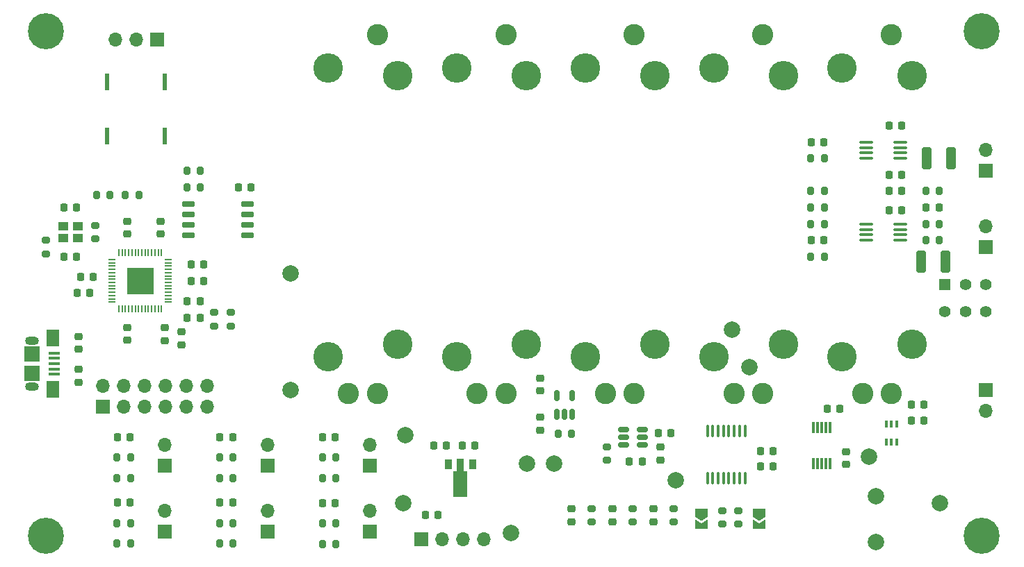
<source format=gts>
G04 #@! TF.GenerationSoftware,KiCad,Pcbnew,(6.0.5)*
G04 #@! TF.CreationDate,2023-10-06T12:52:39-04:00*
G04 #@! TF.ProjectId,v1,76312e6b-6963-4616-945f-706362585858,rev?*
G04 #@! TF.SameCoordinates,Original*
G04 #@! TF.FileFunction,Soldermask,Top*
G04 #@! TF.FilePolarity,Negative*
%FSLAX46Y46*%
G04 Gerber Fmt 4.6, Leading zero omitted, Abs format (unit mm)*
G04 Created by KiCad (PCBNEW (6.0.5)) date 2023-10-06 12:52:39*
%MOMM*%
%LPD*%
G01*
G04 APERTURE LIST*
G04 Aperture macros list*
%AMRoundRect*
0 Rectangle with rounded corners*
0 $1 Rounding radius*
0 $2 $3 $4 $5 $6 $7 $8 $9 X,Y pos of 4 corners*
0 Add a 4 corners polygon primitive as box body*
4,1,4,$2,$3,$4,$5,$6,$7,$8,$9,$2,$3,0*
0 Add four circle primitives for the rounded corners*
1,1,$1+$1,$2,$3*
1,1,$1+$1,$4,$5*
1,1,$1+$1,$6,$7*
1,1,$1+$1,$8,$9*
0 Add four rect primitives between the rounded corners*
20,1,$1+$1,$2,$3,$4,$5,0*
20,1,$1+$1,$4,$5,$6,$7,0*
20,1,$1+$1,$6,$7,$8,$9,0*
20,1,$1+$1,$8,$9,$2,$3,0*%
%AMFreePoly0*
4,1,6,1.000000,0.000000,0.500000,-0.750000,-0.500000,-0.750000,-0.500000,0.750000,0.500000,0.750000,1.000000,0.000000,1.000000,0.000000,$1*%
%AMFreePoly1*
4,1,6,0.500000,-0.750000,-0.650000,-0.750000,-0.150000,0.000000,-0.650000,0.750000,0.500000,0.750000,0.500000,-0.750000,0.500000,-0.750000,$1*%
%AMFreePoly2*
4,1,9,3.862500,-0.866500,0.737500,-0.866500,0.737500,-0.450000,-0.737500,-0.450000,-0.737500,0.450000,0.737500,0.450000,0.737500,0.866500,3.862500,0.866500,3.862500,-0.866500,3.862500,-0.866500,$1*%
G04 Aperture macros list end*
%ADD10RoundRect,0.218750X0.256250X-0.218750X0.256250X0.218750X-0.256250X0.218750X-0.256250X-0.218750X0*%
%ADD11RoundRect,0.218750X-0.256250X0.218750X-0.256250X-0.218750X0.256250X-0.218750X0.256250X0.218750X0*%
%ADD12RoundRect,0.200000X-0.200000X-0.275000X0.200000X-0.275000X0.200000X0.275000X-0.200000X0.275000X0*%
%ADD13RoundRect,0.225000X0.225000X0.250000X-0.225000X0.250000X-0.225000X-0.250000X0.225000X-0.250000X0*%
%ADD14RoundRect,0.200000X0.200000X0.275000X-0.200000X0.275000X-0.200000X-0.275000X0.200000X-0.275000X0*%
%ADD15C,2.000000*%
%ADD16R,1.700000X1.700000*%
%ADD17O,1.700000X1.700000*%
%ADD18RoundRect,0.225000X0.250000X-0.225000X0.250000X0.225000X-0.250000X0.225000X-0.250000X-0.225000X0*%
%ADD19RoundRect,0.225000X-0.225000X-0.250000X0.225000X-0.250000X0.225000X0.250000X-0.225000X0.250000X0*%
%ADD20RoundRect,0.200000X0.275000X-0.200000X0.275000X0.200000X-0.275000X0.200000X-0.275000X-0.200000X0*%
%ADD21C,4.400000*%
%ADD22RoundRect,0.200000X-0.275000X0.200000X-0.275000X-0.200000X0.275000X-0.200000X0.275000X0.200000X0*%
%ADD23RoundRect,0.225000X-0.250000X0.225000X-0.250000X-0.225000X0.250000X-0.225000X0.250000X0.225000X0*%
%ADD24O,0.200000X0.875000*%
%ADD25O,0.875000X0.200000*%
%ADD26R,3.200000X3.200000*%
%ADD27R,0.558800X2.108200*%
%ADD28RoundRect,0.100000X-0.100000X0.637500X-0.100000X-0.637500X0.100000X-0.637500X0.100000X0.637500X0*%
%ADD29RoundRect,0.150000X0.150000X-0.512500X0.150000X0.512500X-0.150000X0.512500X-0.150000X-0.512500X0*%
%ADD30R,1.400000X1.400000*%
%ADD31C,1.400000*%
%ADD32RoundRect,0.100000X-0.712500X-0.100000X0.712500X-0.100000X0.712500X0.100000X-0.712500X0.100000X0*%
%ADD33RoundRect,0.150000X-0.650000X-0.150000X0.650000X-0.150000X0.650000X0.150000X-0.650000X0.150000X0*%
%ADD34R,1.150000X1.000000*%
%ADD35R,0.400000X0.900000*%
%ADD36RoundRect,0.150000X-0.512500X-0.150000X0.512500X-0.150000X0.512500X0.150000X-0.512500X0.150000X0*%
%ADD37RoundRect,0.250000X-0.325000X-1.100000X0.325000X-1.100000X0.325000X1.100000X-0.325000X1.100000X0*%
%ADD38FreePoly0,270.000000*%
%ADD39FreePoly1,270.000000*%
%ADD40R,0.300000X1.400000*%
%ADD41R,1.600000X2.100000*%
%ADD42R,1.900000X1.950000*%
%ADD43O,1.700000X1.000000*%
%ADD44R,1.360000X0.400000*%
%ADD45R,0.900000X1.300000*%
%ADD46FreePoly2,270.000000*%
%ADD47RoundRect,0.250000X0.325000X1.100000X-0.325000X1.100000X-0.325000X-1.100000X0.325000X-1.100000X0*%
%ADD48C,2.600000*%
%ADD49C,3.600000*%
G04 APERTURE END LIST*
D10*
X94500000Y-106787500D03*
X94500000Y-105212500D03*
D11*
X94500000Y-109212500D03*
X94500000Y-110787500D03*
D12*
X124175000Y-120000000D03*
X125825000Y-120000000D03*
D13*
X115500000Y-87000000D03*
X113950000Y-87000000D03*
D14*
X185325000Y-91500000D03*
X183675000Y-91500000D03*
D15*
X199400000Y-125600000D03*
D16*
X117500000Y-129000000D03*
D17*
X117500000Y-126460000D03*
D16*
X104040000Y-69000000D03*
D17*
X101500000Y-69000000D03*
X98960000Y-69000000D03*
D16*
X205000000Y-94318750D03*
D17*
X205000000Y-91778750D03*
D18*
X100400000Y-92712500D03*
X100400000Y-91162500D03*
D12*
X99175000Y-120000000D03*
X100825000Y-120000000D03*
D19*
X195905000Y-113500000D03*
X197455000Y-113500000D03*
D20*
X158862500Y-120325000D03*
X158862500Y-118675000D03*
D14*
X113325000Y-122500000D03*
X111675000Y-122500000D03*
D13*
X185275000Y-93500000D03*
X183725000Y-93500000D03*
D21*
X90500000Y-68000000D03*
D11*
X159500000Y-126252500D03*
X159500000Y-127827500D03*
D22*
X172875000Y-126487500D03*
X172875000Y-128137500D03*
D15*
X190800000Y-119900000D03*
D19*
X195905000Y-115500000D03*
X197455000Y-115500000D03*
D12*
X99175000Y-128000000D03*
X100825000Y-128000000D03*
D16*
X130000000Y-121000000D03*
D17*
X130000000Y-118460000D03*
D13*
X138275000Y-127000000D03*
X136725000Y-127000000D03*
D23*
X107000000Y-104662500D03*
X107000000Y-106212500D03*
D22*
X113000000Y-102287500D03*
X113000000Y-103937500D03*
D13*
X194775000Y-87500000D03*
X193225000Y-87500000D03*
D22*
X157000000Y-126215000D03*
X157000000Y-127865000D03*
D16*
X117500000Y-121000000D03*
D17*
X117500000Y-118460000D03*
D15*
X120300000Y-111800000D03*
D24*
X104600000Y-95000000D03*
X104200000Y-95000000D03*
X103800000Y-95000000D03*
X103400000Y-95000000D03*
X103000000Y-95000000D03*
X102600000Y-95000000D03*
X102200000Y-95000000D03*
X101800000Y-95000000D03*
X101400000Y-95000000D03*
X101000000Y-95000000D03*
X100600000Y-95000000D03*
X100200000Y-95000000D03*
X99800000Y-95000000D03*
X99400000Y-95000000D03*
D25*
X98562500Y-95837500D03*
X98562500Y-96237500D03*
X98562500Y-96637500D03*
X98562500Y-97037500D03*
X98562500Y-97437500D03*
X98562500Y-97837500D03*
X98562500Y-98237500D03*
X98562500Y-98637500D03*
X98562500Y-99037500D03*
X98562500Y-99437500D03*
X98562500Y-99837500D03*
X98562500Y-100237500D03*
X98562500Y-100637500D03*
X98562500Y-101037500D03*
D24*
X99400000Y-101875000D03*
X99800000Y-101875000D03*
X100200000Y-101875000D03*
X100600000Y-101875000D03*
X101000000Y-101875000D03*
X101400000Y-101875000D03*
X101800000Y-101875000D03*
X102200000Y-101875000D03*
X102600000Y-101875000D03*
X103000000Y-101875000D03*
X103400000Y-101875000D03*
X103800000Y-101875000D03*
X104200000Y-101875000D03*
X104600000Y-101875000D03*
D25*
X105437500Y-101037500D03*
X105437500Y-100637500D03*
X105437500Y-100237500D03*
X105437500Y-99837500D03*
X105437500Y-99437500D03*
X105437500Y-99037500D03*
X105437500Y-98637500D03*
X105437500Y-98237500D03*
X105437500Y-97837500D03*
X105437500Y-97437500D03*
X105437500Y-97037500D03*
X105437500Y-96637500D03*
X105437500Y-96237500D03*
X105437500Y-95837500D03*
D26*
X102000000Y-98437500D03*
D27*
X105000000Y-74199300D03*
X105000000Y-80800700D03*
D16*
X136200000Y-130000000D03*
D17*
X138740000Y-130000000D03*
X141280000Y-130000000D03*
X143820000Y-130000000D03*
D28*
X175650000Y-116775000D03*
X175000000Y-116775000D03*
X174350000Y-116775000D03*
X173700000Y-116775000D03*
X173050000Y-116775000D03*
X172400000Y-116775000D03*
X171750000Y-116775000D03*
X171100000Y-116775000D03*
X171100000Y-122500000D03*
X171750000Y-122500000D03*
X172400000Y-122500000D03*
X173050000Y-122500000D03*
X173700000Y-122500000D03*
X174350000Y-122500000D03*
X175000000Y-122500000D03*
X175650000Y-122500000D03*
D12*
X197675000Y-87500000D03*
X199325000Y-87500000D03*
D15*
X174100000Y-104400000D03*
D12*
X183675000Y-83500000D03*
X185325000Y-83500000D03*
X111675000Y-120000000D03*
X113325000Y-120000000D03*
D16*
X97420000Y-113775000D03*
D17*
X97420000Y-111235000D03*
X99960000Y-113775000D03*
X99960000Y-111235000D03*
X102500000Y-113775000D03*
X102500000Y-111235000D03*
X105040000Y-113775000D03*
X105040000Y-111235000D03*
X107580000Y-113775000D03*
X107580000Y-111235000D03*
X110120000Y-113775000D03*
X110120000Y-111235000D03*
D16*
X205000000Y-85000000D03*
D17*
X205000000Y-82460000D03*
D12*
X152875000Y-117100000D03*
X154525000Y-117100000D03*
D16*
X130000000Y-129040000D03*
D17*
X130000000Y-126500000D03*
D15*
X134300000Y-117300000D03*
D13*
X96275000Y-97937500D03*
X94725000Y-97937500D03*
D29*
X152750000Y-114737500D03*
X153700000Y-114737500D03*
X154650000Y-114737500D03*
X154650000Y-112462500D03*
X152750000Y-112462500D03*
D30*
X200000000Y-98850000D03*
D31*
X202500000Y-98850000D03*
X205000000Y-98850000D03*
X200000000Y-102150000D03*
X202500000Y-102150000D03*
X205000000Y-102150000D03*
D14*
X185325000Y-95500000D03*
X183675000Y-95500000D03*
D20*
X96500000Y-93325000D03*
X96500000Y-91675000D03*
D13*
X94275000Y-89500000D03*
X92725000Y-89500000D03*
D32*
X190387500Y-91525000D03*
X190387500Y-92175000D03*
X190387500Y-92825000D03*
X190387500Y-93475000D03*
X194612500Y-93475000D03*
X194612500Y-92825000D03*
X194612500Y-92175000D03*
X194612500Y-91525000D03*
D12*
X197675000Y-91500000D03*
X199325000Y-91500000D03*
D16*
X205000000Y-111725000D03*
D17*
X205000000Y-114265000D03*
D15*
X147200000Y-129200000D03*
D33*
X107900000Y-89095000D03*
X107900000Y-90365000D03*
X107900000Y-91635000D03*
X107900000Y-92905000D03*
X115100000Y-92905000D03*
X115100000Y-91635000D03*
X115100000Y-90365000D03*
X115100000Y-89095000D03*
D34*
X92625000Y-93200000D03*
X94375000Y-93200000D03*
X94375000Y-91800000D03*
X92625000Y-91800000D03*
D12*
X183675000Y-87500000D03*
X185325000Y-87500000D03*
D14*
X199325000Y-93500000D03*
X197675000Y-93500000D03*
D23*
X150700000Y-115100000D03*
X150700000Y-116650000D03*
D35*
X192850000Y-118100000D03*
X193500000Y-118100000D03*
X194150000Y-118100000D03*
X194150000Y-115900000D03*
X193500000Y-115900000D03*
X192850000Y-115900000D03*
D15*
X167200000Y-122800000D03*
D22*
X111000000Y-102287500D03*
X111000000Y-103937500D03*
D15*
X191600000Y-130300000D03*
D23*
X105000000Y-104162500D03*
X105000000Y-105712500D03*
D19*
X111725000Y-117500000D03*
X113275000Y-117500000D03*
X108225000Y-96437500D03*
X109775000Y-96437500D03*
X99225000Y-125500000D03*
X100775000Y-125500000D03*
D12*
X107675000Y-87000000D03*
X109325000Y-87000000D03*
D18*
X150700000Y-111875000D03*
X150700000Y-110325000D03*
D19*
X111725000Y-125500000D03*
X113275000Y-125500000D03*
X197725000Y-89500000D03*
X199275000Y-89500000D03*
D13*
X194775000Y-89800000D03*
X193225000Y-89800000D03*
D15*
X149100000Y-120700000D03*
D11*
X154500000Y-126252500D03*
X154500000Y-127827500D03*
D32*
X190387500Y-81525000D03*
X190387500Y-82175000D03*
X190387500Y-82825000D03*
X190387500Y-83475000D03*
X194612500Y-83475000D03*
X194612500Y-82825000D03*
X194612500Y-82175000D03*
X194612500Y-81525000D03*
D22*
X162000000Y-126215000D03*
X162000000Y-127865000D03*
D36*
X160862500Y-116550000D03*
X160862500Y-117500000D03*
X160862500Y-118450000D03*
X163137500Y-118450000D03*
X163137500Y-117500000D03*
X163137500Y-116550000D03*
D14*
X125825000Y-122500000D03*
X124175000Y-122500000D03*
X100825000Y-130500000D03*
X99175000Y-130500000D03*
D19*
X107725000Y-102937500D03*
X109275000Y-102937500D03*
D37*
X197825000Y-83500000D03*
X200775000Y-83500000D03*
D38*
X177375000Y-126775000D03*
D39*
X177375000Y-128225000D03*
D38*
X170375000Y-126775000D03*
D39*
X170375000Y-128225000D03*
D13*
X139275000Y-118500000D03*
X137725000Y-118500000D03*
D12*
X107675000Y-85000000D03*
X109325000Y-85000000D03*
D15*
X120300000Y-97500000D03*
D23*
X165362500Y-118725000D03*
X165362500Y-120275000D03*
D19*
X177525000Y-119200000D03*
X179075000Y-119200000D03*
D13*
X95875000Y-99900000D03*
X94325000Y-99900000D03*
D19*
X124225000Y-117500000D03*
X125775000Y-117500000D03*
X177525000Y-121062500D03*
X179075000Y-121062500D03*
D16*
X105000000Y-121000000D03*
D17*
X105000000Y-118460000D03*
D11*
X164500000Y-126252500D03*
X164500000Y-127827500D03*
D19*
X108225000Y-98437500D03*
X109775000Y-98437500D03*
D27*
X98000000Y-74199300D03*
X98000000Y-80800700D03*
D13*
X125775000Y-125540000D03*
X124225000Y-125540000D03*
D40*
X186000000Y-116300000D03*
X185500000Y-116300000D03*
X185000000Y-116300000D03*
X184500000Y-116300000D03*
X184000000Y-116300000D03*
X184000000Y-120700000D03*
X184500000Y-120700000D03*
X185000000Y-120700000D03*
X185500000Y-120700000D03*
X186000000Y-120700000D03*
D16*
X105000000Y-129000000D03*
D17*
X105000000Y-126460000D03*
D41*
X91400000Y-111650000D03*
D42*
X88850000Y-107375000D03*
D41*
X91400000Y-105450000D03*
D43*
X88850000Y-111375000D03*
D42*
X88850000Y-109725000D03*
D43*
X88850000Y-105725000D03*
D44*
X91500000Y-109850000D03*
X91500000Y-109200000D03*
X91500000Y-108550000D03*
X91500000Y-107900000D03*
X91500000Y-107250000D03*
D19*
X183725000Y-81500000D03*
X185275000Y-81500000D03*
D22*
X167000000Y-126215000D03*
X167000000Y-127865000D03*
D21*
X90500000Y-129500000D03*
D15*
X176200000Y-109000000D03*
D21*
X204500000Y-68000000D03*
D14*
X185325000Y-89500000D03*
X183675000Y-89500000D03*
D13*
X163137500Y-120500000D03*
X161587500Y-120500000D03*
D12*
X111675000Y-128000000D03*
X113325000Y-128000000D03*
D14*
X113325000Y-130500000D03*
X111675000Y-130500000D03*
X100825000Y-122500000D03*
X99175000Y-122500000D03*
D19*
X107725000Y-100937500D03*
X109275000Y-100937500D03*
D18*
X104500000Y-92712500D03*
X104500000Y-91162500D03*
D22*
X174875000Y-126487500D03*
X174875000Y-128137500D03*
D15*
X134000000Y-125600000D03*
X191600000Y-124700000D03*
D19*
X99225000Y-117500000D03*
X100775000Y-117500000D03*
D22*
X90500000Y-93500000D03*
X90500000Y-95150000D03*
D19*
X185654000Y-114079000D03*
X187204000Y-114079000D03*
X92725000Y-95500000D03*
X94275000Y-95500000D03*
D13*
X194775000Y-85500000D03*
X193225000Y-85500000D03*
D45*
X142500000Y-120850000D03*
D46*
X141000000Y-120937500D03*
D45*
X139500000Y-120850000D03*
D18*
X187929000Y-120854000D03*
X187929000Y-119304000D03*
D47*
X200075000Y-96100000D03*
X197125000Y-96100000D03*
D19*
X165087500Y-117000000D03*
X166637500Y-117000000D03*
D23*
X100400000Y-104125000D03*
X100400000Y-105675000D03*
D19*
X141225000Y-118500000D03*
X142775000Y-118500000D03*
D14*
X125825000Y-130540000D03*
X124175000Y-130540000D03*
D12*
X124175000Y-128040000D03*
X125825000Y-128040000D03*
X100175000Y-87937500D03*
X101825000Y-87937500D03*
D13*
X194775000Y-79500000D03*
X193225000Y-79500000D03*
D14*
X98325000Y-87937500D03*
X96675000Y-87937500D03*
D21*
X204500000Y-129500000D03*
D15*
X152400000Y-120700000D03*
D48*
X162187500Y-112200000D03*
X158687500Y-112200000D03*
D49*
X164687500Y-73400000D03*
X156187500Y-72500000D03*
X156187500Y-107700000D03*
X164687500Y-106200000D03*
D48*
X162187500Y-68400000D03*
X130875000Y-112200000D03*
X127375000Y-112200000D03*
D49*
X133375000Y-73400000D03*
X124875000Y-72500000D03*
D48*
X130875000Y-68400000D03*
D49*
X124875000Y-107700000D03*
X133375000Y-106200000D03*
D48*
X177843750Y-112200000D03*
X174343750Y-112200000D03*
X177843750Y-68400000D03*
D49*
X171843750Y-107700000D03*
X180343750Y-73400000D03*
X180343750Y-106200000D03*
X171843750Y-72500000D03*
D48*
X193500000Y-112200000D03*
X190000000Y-112200000D03*
X193500000Y-68400000D03*
D49*
X196000000Y-106200000D03*
X187500000Y-107700000D03*
X187500000Y-72500000D03*
X196000000Y-73400000D03*
D48*
X146531250Y-112200000D03*
X143031250Y-112200000D03*
D49*
X140531250Y-107700000D03*
X140531250Y-72500000D03*
X149031250Y-106200000D03*
D48*
X146531250Y-68400000D03*
D49*
X149031250Y-73400000D03*
M02*

</source>
